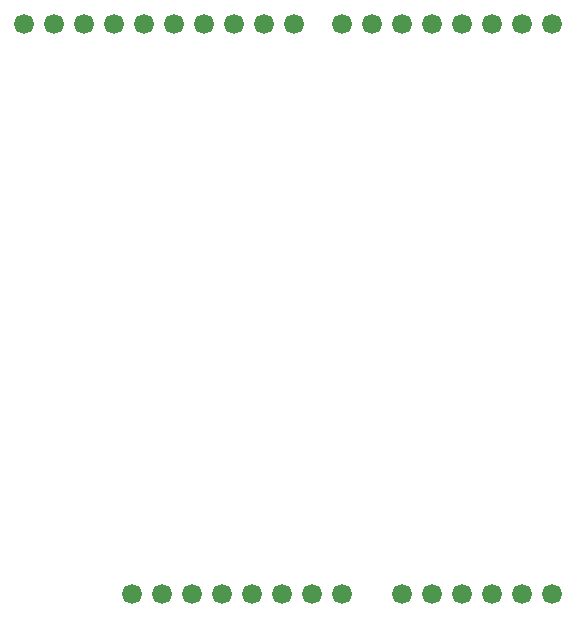
<source format=gtl>
G04 MADE WITH FRITZING*
G04 WWW.FRITZING.ORG*
G04 DOUBLE SIDED*
G04 HOLES PLATED*
G04 CONTOUR ON CENTER OF CONTOUR VECTOR*
%ASAXBY*%
%FSLAX23Y23*%
%MOIN*%
%OFA0B0*%
%SFA1.0B1.0*%
%ADD10C,0.066194*%
%ADD11C,0.066222*%
%LNCOPPER1*%
G90*
G70*
G54D10*
X2103Y111D03*
X2203Y111D03*
X2303Y111D03*
X2403Y111D03*
X2503Y111D03*
G54D11*
X1643Y2011D03*
X1543Y2011D03*
X1443Y2011D03*
X1343Y2011D03*
X1243Y2011D03*
X1143Y2011D03*
X1043Y2011D03*
X943Y2011D03*
X843Y2011D03*
X743Y2011D03*
X2503Y2011D03*
X2403Y2011D03*
X2303Y2011D03*
X2203Y2011D03*
X2103Y2011D03*
X2003Y2011D03*
X1903Y2011D03*
X1803Y2011D03*
G54D10*
X1203Y111D03*
X1103Y111D03*
X1303Y111D03*
X1403Y111D03*
X1503Y111D03*
X1603Y111D03*
X1703Y111D03*
X1803Y111D03*
X2003Y111D03*
G04 End of Copper1*
M02*
</source>
